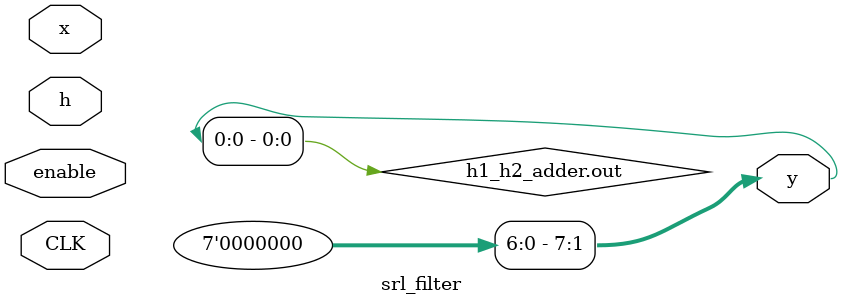
<source format=v>
`timescale 1ns / 1ps

module srl_filter( input CLK,
                    input signed [7:0] x,
                    input signed [7:0] h,
                    input enable,
                    output reg [7:0] y);
     reg [7 : 0] h_n[0 : 2];
     reg [7:0] x_temp;
     parameter WLX = 8;
    initial begin
        h_n[0] = 8'b11101011;
        h_n[1] = 8'b00110011;
        h_n[2] = 8'b00011010;
    end
    // Using the SRL shift register
    // Using the SRL shift register
    
    my_srl # ( .WL(WLX), .DELAY(0) ) delay1( .CLK(CLK), .in(x) );
    my_srl # ( .WL(WLX), .DELAY(0) ) delay2( .CLK(CLK), .in(delay1.out) );
    
    fpmult # ( .WI1(2), .WF1(6), .WI2(2), .WF2(6), .WIO(2), .WFO(6) ) h1( .in1(x), .in2(h_n[0]) );
    
    fpmult # ( .WI1(2), .WF1(6), .WI2(2), .WF2(6), .WIO(2), .WFO(6) ) h2( .in1(delay1.out), .in2(h_n[1]) );
    
    fpmult # ( .WI1(2), .WF1(6), .WI2(2), .WF2(6), .WIO(2), .WFO(6) ) h3( .in1(delay2.out), .in2(h_n[2]) );
    
    fpadder # ( .WI1(2), .WF1(6), .WI2(2), .WF2(6), . WIO(2), .WFO(6) ) h0_h1_adder( .in1(h1.out), .in2(h2.out) );
    
    fpadder # ( .WI1(2), .WF1(6), .WI2(2), .WF2(6), . WIO(2), .WFO(6) ) h1_h2_adder( .in1(h0_h1_adder.out), .in2(h3.out) );
    
    always @(CLK) begin
    
        y <= h1_h2_adder.out;
    end
    
    
endmodule

</source>
